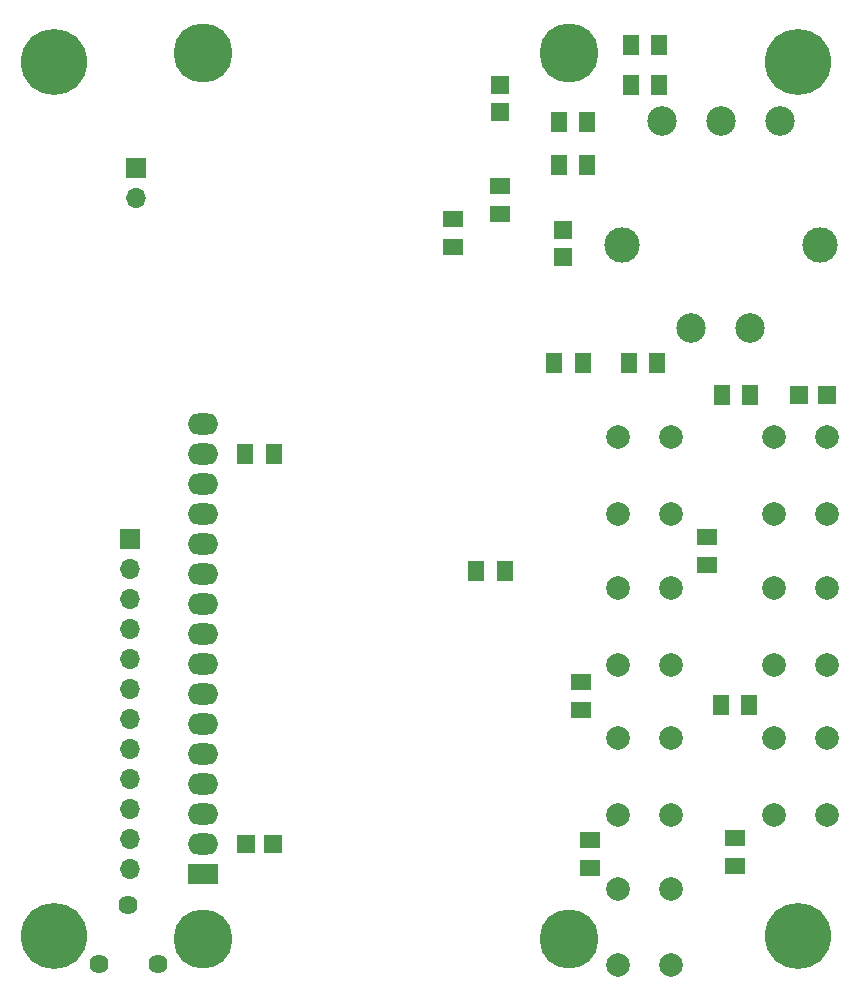
<source format=gts>
G04 #@! TF.FileFunction,Soldermask,Top*
%FSLAX46Y46*%
G04 Gerber Fmt 4.6, Leading zero omitted, Abs format (unit mm)*
G04 Created by KiCad (PCBNEW 4.0.7-e2-6376~58~ubuntu14.04.1) date Mon Jan  1 12:03:23 2018*
%MOMM*%
%LPD*%
G01*
G04 APERTURE LIST*
%ADD10C,0.100000*%
%ADD11R,2.600000X1.800000*%
%ADD12O,2.600000X1.800000*%
%ADD13C,5.000000*%
%ADD14R,1.600000X1.600000*%
%ADD15C,5.600000*%
%ADD16R,1.700000X1.700000*%
%ADD17O,1.700000X1.700000*%
%ADD18C,1.620000*%
%ADD19C,2.000000*%
%ADD20R,1.400000X1.700000*%
%ADD21R,1.700000X1.400000*%
%ADD22C,2.500000*%
%ADD23C,3.000000*%
G04 APERTURE END LIST*
D10*
D11*
X87630000Y-111760000D03*
D12*
X87630000Y-109220000D03*
X87630000Y-106680000D03*
X87630000Y-104140000D03*
X87630000Y-101600000D03*
X87630000Y-99060000D03*
X87630000Y-96520000D03*
X87630000Y-93980000D03*
X87630000Y-91440000D03*
X87630000Y-88900000D03*
X87630000Y-86360000D03*
X87630000Y-83820000D03*
X87630000Y-81280000D03*
X87630000Y-78740000D03*
X87630000Y-76200000D03*
X87630000Y-73660000D03*
D13*
X87630000Y-117259100D03*
X118630700Y-117259100D03*
X118630700Y-42260520D03*
X87630000Y-42260000D03*
D14*
X93600000Y-109225000D03*
X91300000Y-109225000D03*
D15*
X75000000Y-43000000D03*
X138000000Y-43000000D03*
X138000000Y-117000000D03*
X75000000Y-117000000D03*
D16*
X81500000Y-83400000D03*
D17*
X81500000Y-85940000D03*
X81500000Y-88480000D03*
X81500000Y-91020000D03*
X81500000Y-93560000D03*
X81500000Y-96100000D03*
X81500000Y-98640000D03*
X81500000Y-101180000D03*
X81500000Y-103720000D03*
X81500000Y-106260000D03*
X81500000Y-108800000D03*
X81500000Y-111340000D03*
D16*
X82000000Y-52000000D03*
D17*
X82000000Y-54540000D03*
D18*
X78820000Y-119380000D03*
X81320000Y-114380000D03*
X83820000Y-119380000D03*
D19*
X140500000Y-94033000D03*
X136000000Y-94033000D03*
X140500000Y-87533000D03*
X136000000Y-87533000D03*
X140500000Y-81300000D03*
X136000000Y-81300000D03*
X140500000Y-74800000D03*
X136000000Y-74800000D03*
X127300000Y-106770000D03*
X122800000Y-106770000D03*
X127300000Y-100270000D03*
X122800000Y-100270000D03*
X127300000Y-119500000D03*
X122800000Y-119500000D03*
X127300000Y-113000000D03*
X122800000Y-113000000D03*
X127300000Y-81300000D03*
X122800000Y-81300000D03*
X127300000Y-74800000D03*
X122800000Y-74800000D03*
X127300000Y-94033000D03*
X122800000Y-94033000D03*
X127300000Y-87533000D03*
X122800000Y-87533000D03*
X140500000Y-106770000D03*
X136000000Y-106770000D03*
X140500000Y-100270000D03*
X136000000Y-100270000D03*
D14*
X112800000Y-44950000D03*
X112800000Y-47250000D03*
X118100000Y-59550000D03*
X118100000Y-57250000D03*
X140450000Y-71200000D03*
X138150000Y-71200000D03*
D20*
X93650000Y-76200000D03*
X91250000Y-76200000D03*
X119800000Y-68500000D03*
X117400000Y-68500000D03*
X123700000Y-68500000D03*
X126100000Y-68500000D03*
X113200000Y-86100000D03*
X110800000Y-86100000D03*
X131600000Y-71200000D03*
X134000000Y-71200000D03*
D21*
X112800000Y-53500000D03*
X112800000Y-55900000D03*
X119700000Y-95500000D03*
X119700000Y-97900000D03*
X108800000Y-56300000D03*
X108800000Y-58700000D03*
X120400000Y-108900000D03*
X120400000Y-111300000D03*
X132700000Y-111100000D03*
X132700000Y-108700000D03*
X130300000Y-83200000D03*
X130300000Y-85600000D03*
D20*
X131500000Y-97500000D03*
X133900000Y-97500000D03*
D22*
X134000000Y-65500000D03*
X136500000Y-48000000D03*
X131500000Y-48000000D03*
X126500000Y-48000000D03*
X129000000Y-65500000D03*
D23*
X123100000Y-58500000D03*
X139900000Y-58500000D03*
D20*
X117800000Y-51700000D03*
X120200000Y-51700000D03*
X126300000Y-45000000D03*
X123900000Y-45000000D03*
X120200000Y-48100000D03*
X117800000Y-48100000D03*
X126300000Y-41600000D03*
X123900000Y-41600000D03*
M02*

</source>
